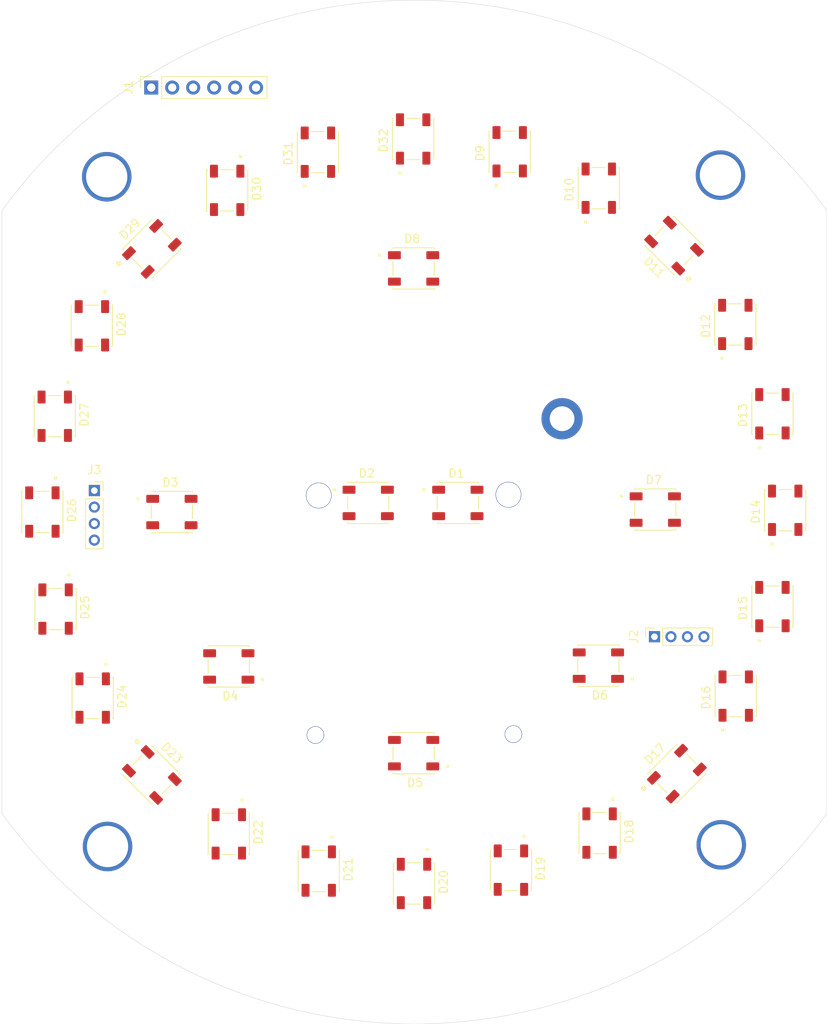
<source format=kicad_pcb>
(kicad_pcb (version 20240108) (generator "pcbnew") (generator_version "8.0")
  (layers (0 "F.Cu" signal) (31 "B.Cu" signal) (34 "B.Paste" user) (35 "F.Paste" user) (36 "B.SilkS" user "B.Silkscreen") (37 "F.SilkS" user "F.Silkscreen") (38 "B.Mask" user) (39 "F.Mask" user) (44 "Edge.Cuts" user))
  (net 0 "")
  (footprint "DEFAULT:RGBW-5050-4P" (layer "F.Cu") (at 99.95 144.975 -90)
    (property "Reference" "D20" (at -0.18 -3.585 90) (layer "F.SilkS"))
    (property "Value" "Inolux_IN-PI554FCH")
    (pad "1" smd roundrect (at -2.325 -1.6 270) (size 1.56 0.97) (layers "F.Cu" "F.Paste" "F.Mask") (roundrect_rratio 0.125))
    (pad "2" smd roundrect (at -2.325 1.6 270) (size 1.56 0.97) (layers "F.Cu" "F.Paste" "F.Mask") (roundrect_rratio 0.125))
    (pad "3" smd roundrect (at 2.325 -1.6 270) (size 1.56 0.97) (layers "F.Cu" "F.Paste" "F.Mask") (roundrect_rratio 0.125))
    (pad "4" smd roundrect (at 2.325 1.6 270) (size 1.56 0.97) (layers "F.Cu" "F.Paste" "F.Mask") (roundrect_rratio 0.125))
  )
  (footprint "DEFAULT:RGBW-5050-4P" (layer "F.Cu") (at 77.5 138.975 -90)
    (property "Reference" "D22" (at -0.18 -3.585 90) (layer "F.SilkS"))
    (property "Value" "Inolux_IN-PI554FCH")
    (pad "1" smd roundrect (at -2.325 -1.6 270) (size 1.56 0.97) (layers "F.Cu" "F.Paste" "F.Mask") (roundrect_rratio 0.125))
    (pad "2" smd roundrect (at -2.325 1.6 270) (size 1.56 0.97) (layers "F.Cu" "F.Paste" "F.Mask") (roundrect_rratio 0.125))
    (pad "3" smd roundrect (at 2.325 -1.6 270) (size 1.56 0.97) (layers "F.Cu" "F.Paste" "F.Mask") (roundrect_rratio 0.125))
    (pad "4" smd roundrect (at 2.325 1.6 270) (size 1.56 0.97) (layers "F.Cu" "F.Paste" "F.Mask") (roundrect_rratio 0.125))
  )
  (footprint "DEFAULT:RGBW-5050-4P" (layer "F.Cu") (at 122.3 118.6 180)
    (property "Reference" "D6" (at -0.18 -3.585 360) (layer "F.SilkS"))
    (property "Value" "Inolux_IN-PI554FCH")
    (pad "1" smd roundrect (at -2.325 -1.6 180) (size 1.56 0.97) (layers "F.Cu" "F.Paste" "F.Mask") (roundrect_rratio 0.125))
    (pad "2" smd roundrect (at -2.325 1.6 180) (size 1.56 0.97) (layers "F.Cu" "F.Paste" "F.Mask") (roundrect_rratio 0.125))
    (pad "3" smd roundrect (at 2.325 -1.6 180) (size 1.56 0.97) (layers "F.Cu" "F.Paste" "F.Mask") (roundrect_rratio 0.125))
    (pad "4" smd roundrect (at 2.325 1.6 180) (size 1.56 0.97) (layers "F.Cu" "F.Paste" "F.Mask") (roundrect_rratio 0.125))
  )
  (footprint "DEFAULT:RGBW-5050-4P" (layer "F.Cu") (at 143.4 88.1 90)
    (property "Reference" "D13" (at -0.18 -3.585 90) (layer "F.SilkS"))
    (property "Value" "Inolux_IN-PI554FCH")
    (pad "1" smd roundrect (at -2.325 -1.6 90) (size 1.56 0.97) (layers "F.Cu" "F.Paste" "F.Mask") (roundrect_rratio 0.125))
    (pad "2" smd roundrect (at -2.325 1.6 90) (size 1.56 0.97) (layers "F.Cu" "F.Paste" "F.Mask") (roundrect_rratio 0.125))
    (pad "3" smd roundrect (at 2.325 -1.6 90) (size 1.56 0.97) (layers "F.Cu" "F.Paste" "F.Mask") (roundrect_rratio 0.125))
    (pad "4" smd roundrect (at 2.325 1.6 90) (size 1.56 0.97) (layers "F.Cu" "F.Paste" "F.Mask") (roundrect_rratio 0.125))
  )
  (footprint "DEFAULT:RGBW-5050-4P" (layer "F.Cu") (at 138.9 77.2875 90)
    (property "Reference" "D12" (at -0.18 -3.585 90) (layer "F.SilkS"))
    (property "Value" "Inolux_IN-PI554FCH")
    (pad "1" smd roundrect (at -2.325 -1.6 90) (size 1.56 0.97) (layers "F.Cu" "F.Paste" "F.Mask") (roundrect_rratio 0.125))
    (pad "2" smd roundrect (at -2.325 1.6 90) (size 1.56 0.97) (layers "F.Cu" "F.Paste" "F.Mask") (roundrect_rratio 0.125))
    (pad "3" smd roundrect (at 2.325 -1.6 90) (size 1.56 0.97) (layers "F.Cu" "F.Paste" "F.Mask") (roundrect_rratio 0.125))
    (pad "4" smd roundrect (at 2.325 1.6 90) (size 1.56 0.97) (layers "F.Cu" "F.Paste" "F.Mask") (roundrect_rratio 0.125))
  )
  (footprint "DEFAULT:RGBW-5050-4P" (layer "F.Cu") (at 77.5 118.7 180)
    (property "Reference" "D4" (at -0.18 -3.585 360) (layer "F.SilkS"))
    (property "Value" "Inolux_IN-PI554FCH")
    (pad "1" smd roundrect (at -2.325 -1.6 180) (size 1.56 0.97) (layers "F.Cu" "F.Paste" "F.Mask") (roundrect_rratio 0.125))
    (pad "2" smd roundrect (at -2.325 1.6 180) (size 1.56 0.97) (layers "F.Cu" "F.Paste" "F.Mask") (roundrect_rratio 0.125))
    (pad "3" smd roundrect (at 2.325 -1.6 180) (size 1.56 0.97) (layers "F.Cu" "F.Paste" "F.Mask") (roundrect_rratio 0.125))
    (pad "4" smd roundrect (at 2.325 1.6 180) (size 1.56 0.97) (layers "F.Cu" "F.Paste" "F.Mask") (roundrect_rratio 0.125))
  )
  (footprint "DEFAULT:RGBW-5050-4P" (layer "F.Cu") (at 144.95 99.7875 90)
    (property "Reference" "D14" (at -0.18 -3.585 90) (layer "F.SilkS"))
    (property "Value" "Inolux_IN-PI554FCH")
    (pad "1" smd roundrect (at -2.325 -1.6 90) (size 1.56 0.97) (layers "F.Cu" "F.Paste" "F.Mask") (roundrect_rratio 0.125))
    (pad "2" smd roundrect (at -2.325 1.6 90) (size 1.56 0.97) (layers "F.Cu" "F.Paste" "F.Mask") (roundrect_rratio 0.125))
    (pad "3" smd roundrect (at 2.325 -1.6 90) (size 1.56 0.97) (layers "F.Cu" "F.Paste" "F.Mask") (roundrect_rratio 0.125))
    (pad "4" smd roundrect (at 2.325 1.6 90) (size 1.56 0.97) (layers "F.Cu" "F.Paste" "F.Mask") (roundrect_rratio 0.125))
  )
  (footprint "DEFAULT:RGBW-5050-4P" (layer "F.Cu") (at 131.474606 67.737348 135)
    (property "Reference" "D11" (at -0.18 -3.585 135) (layer "F.SilkS"))
    (property "Value" "Inolux_IN-PI554FCH")
    (pad "1" smd roundrect (at -2.325 -1.6 135) (size 1.56 0.97) (layers "F.Cu" "F.Paste" "F.Mask") (roundrect_rratio 0.125))
    (pad "2" smd roundrect (at -2.325 1.6 135) (size 1.56 0.97) (layers "F.Cu" "F.Paste" "F.Mask") (roundrect_rratio 0.125))
    (pad "3" smd roundrect (at 2.325 -1.6 135) (size 1.56 0.97) (layers "F.Cu" "F.Paste" "F.Mask") (roundrect_rratio 0.125))
    (pad "4" smd roundrect (at 2.325 1.6 135) (size 1.56 0.97) (layers "F.Cu" "F.Paste" "F.Mask") (roundrect_rratio 0.125))
  )
  (footprint "DEFAULT:RGBW-5050-4P" (layer "F.Cu") (at 77.3 61.05 -90)
    (property "Reference" "D30" (at -0.18 -3.585 90) (layer "F.SilkS"))
    (property "Value" "Inolux_IN-PI554FCH")
    (pad "1" smd roundrect (at -2.325 -1.6 270) (size 1.56 0.97) (layers "F.Cu" "F.Paste" "F.Mask") (roundrect_rratio 0.125))
    (pad "2" smd roundrect (at -2.325 1.6 270) (size 1.56 0.97) (layers "F.Cu" "F.Paste" "F.Mask") (roundrect_rratio 0.125))
    (pad "3" smd roundrect (at 2.325 -1.6 270) (size 1.56 0.97) (layers "F.Cu" "F.Paste" "F.Mask") (roundrect_rratio 0.125))
    (pad "4" smd roundrect (at 2.325 1.6 270) (size 1.56 0.97) (layers "F.Cu" "F.Paste" "F.Mask") (roundrect_rratio 0.125))
  )
  (footprint "DEFAULT:RGBW-5050-4P" (layer "F.Cu") (at 143.4 111.45 90)
    (property "Reference" "D15" (at -0.18 -3.585 90) (layer "F.SilkS"))
    (property "Value" "Inolux_IN-PI554FCH")
    (pad "1" smd roundrect (at -2.325 -1.6 90) (size 1.56 0.97) (layers "F.Cu" "F.Paste" "F.Mask") (roundrect_rratio 0.125))
    (pad "2" smd roundrect (at -2.325 1.6 90) (size 1.56 0.97) (layers "F.Cu" "F.Paste" "F.Mask") (roundrect_rratio 0.125))
    (pad "3" smd roundrect (at 2.325 -1.6 90) (size 1.56 0.97) (layers "F.Cu" "F.Paste" "F.Mask") (roundrect_rratio 0.125))
    (pad "4" smd roundrect (at 2.325 1.6 90) (size 1.56 0.97) (layers "F.Cu" "F.Paste" "F.Mask") (roundrect_rratio 0.125))
  )
  (footprint "DEFAULT:RGBW-5050-4P" (layer "F.Cu") (at 88.3 56.425 90)
    (property "Reference" "D31" (at -0.18 -3.585 90) (layer "F.SilkS"))
    (property "Value" "Inolux_IN-PI554FCH")
    (pad "1" smd roundrect (at -2.325 -1.6 90) (size 1.56 0.97) (layers "F.Cu" "F.Paste" "F.Mask") (roundrect_rratio 0.125))
    (pad "2" smd roundrect (at -2.325 1.6 90) (size 1.56 0.97) (layers "F.Cu" "F.Paste" "F.Mask") (roundrect_rratio 0.125))
    (pad "3" smd roundrect (at 2.325 -1.6 90) (size 1.56 0.97) (layers "F.Cu" "F.Paste" "F.Mask") (roundrect_rratio 0.125))
    (pad "4" smd roundrect (at 2.325 1.6 90) (size 1.56 0.97) (layers "F.Cu" "F.Paste" "F.Mask") (roundrect_rratio 0.125))
  )
  (footprint "DEFAULT:RGBW-5050-4P" (layer "F.Cu") (at 122.35 60.7875 90)
    (property "Reference" "D10" (at -0.18 -3.585 90) (layer "F.SilkS"))
    (property "Value" "Inolux_IN-PI554FCH")
    (pad "1" smd roundrect (at -2.325 -1.6 90) (size 1.56 0.97) (layers "F.Cu" "F.Paste" "F.Mask") (roundrect_rratio 0.125))
    (pad "2" smd roundrect (at -2.325 1.6 90) (size 1.56 0.97) (layers "F.Cu" "F.Paste" "F.Mask") (roundrect_rratio 0.125))
    (pad "3" smd roundrect (at 2.325 -1.6 90) (size 1.56 0.97) (layers "F.Cu" "F.Paste" "F.Mask") (roundrect_rratio 0.125))
    (pad "4" smd roundrect (at 2.325 1.6 90) (size 1.56 0.97) (layers "F.Cu" "F.Paste" "F.Mask") (roundrect_rratio 0.125))
  )
  (footprint "DEFAULT:RGBW-5050-4P" (layer "F.Cu") (at 99.9 129.2 180)
    (property "Reference" "D5" (at -0.18 -3.585 360) (layer "F.SilkS"))
    (property "Value" "Inolux_IN-PI554FCH")
    (pad "1" smd roundrect (at -2.325 -1.6 180) (size 1.56 0.97) (layers "F.Cu" "F.Paste" "F.Mask") (roundrect_rratio 0.125))
    (pad "2" smd roundrect (at -2.325 1.6 180) (size 1.56 0.97) (layers "F.Cu" "F.Paste" "F.Mask") (roundrect_rratio 0.125))
    (pad "3" smd roundrect (at 2.325 -1.6 180) (size 1.56 0.97) (layers "F.Cu" "F.Paste" "F.Mask") (roundrect_rratio 0.125))
    (pad "4" smd roundrect (at 2.325 1.6 180) (size 1.56 0.97) (layers "F.Cu" "F.Paste" "F.Mask") (roundrect_rratio 0.125))
  )
  (footprint "DEFAULT:RGBW-5050-4P" (layer "F.Cu") (at 70.6 100)
    (property "Reference" "D3" (at -0.18 -3.585 0) (layer "F.SilkS"))
    (property "Value" "Inolux_IN-PI554FCH")
    (pad "1" smd roundrect (at -2.325 -1.6) (size 1.56 0.97) (layers "F.Cu" "F.Paste" "F.Mask") (roundrect_rratio 0.125))
    (pad "2" smd roundrect (at -2.325 1.6) (size 1.56 0.97) (layers "F.Cu" "F.Paste" "F.Mask") (roundrect_rratio 0.125))
    (pad "3" smd roundrect (at 2.325 -1.6) (size 1.56 0.97) (layers "F.Cu" "F.Paste" "F.Mask") (roundrect_rratio 0.125))
    (pad "4" smd roundrect (at 2.325 1.6) (size 1.56 0.97) (layers "F.Cu" "F.Paste" "F.Mask") (roundrect_rratio 0.125))
  )
  (footprint "Connector_PinSocket_2.00mm:PinSocket_1x04_P2.00mm_Vertical" (layer "F.Cu") (at 61.2 97.4)
    (property "Reference" "J3" (at 0 -2.5 0) (layer "F.SilkS"))
    (property "Value" "Conn_01x04")
    (pad "1" thru_hole rect (at 0 0) (size 1.35 1.35) (drill 0.8) (layers "*.Cu" "*.Mask"))
    (pad "2" thru_hole oval (at 0 2) (size 1.35 1.35) (drill 0.8) (layers "*.Cu" "*.Mask"))
    (pad "3" thru_hole oval (at 0 4) (size 1.35 1.35) (drill 0.8) (layers "*.Cu" "*.Mask"))
    (pad "4" thru_hole oval (at 0 6) (size 1.35 1.35) (drill 0.8) (layers "*.Cu" "*.Mask"))
  )
  (footprint "DEFAULT:RGBW-5050-4P" (layer "F.Cu") (at 122.45 138.875 -90)
    (property "Reference" "D18" (at -0.18 -3.585 90) (layer "F.SilkS"))
    (property "Value" "Inolux_IN-PI554FCH")
    (pad "1" smd roundrect (at -2.325 -1.6 270) (size 1.56 0.97) (layers "F.Cu" "F.Paste" "F.Mask") (roundrect_rratio 0.125))
    (pad "2" smd roundrect (at -2.325 1.6 270) (size 1.56 0.97) (layers "F.Cu" "F.Paste" "F.Mask") (roundrect_rratio 0.125))
    (pad "3" smd roundrect (at 2.325 -1.6 270) (size 1.56 0.97) (layers "F.Cu" "F.Paste" "F.Mask") (roundrect_rratio 0.125))
    (pad "4" smd roundrect (at 2.325 1.6 270) (size 1.56 0.97) (layers "F.Cu" "F.Paste" "F.Mask") (roundrect_rratio 0.125))
  )
  (footprint "DEFAULT:RGBW-5050-4P" (layer "F.Cu") (at 68.174606 131.837348 -45)
    (property "Reference" "D23" (at -0.18 -3.585 135) (layer "F.SilkS"))
    (property "Value" "Inolux_IN-PI554FCH")
    (pad "1" smd roundrect (at -2.325 -1.6 315) (size 1.56 0.97) (layers "F.Cu" "F.Paste" "F.Mask") (roundrect_rratio 0.125))
    (pad "2" smd roundrect (at -2.325 1.6 315) (size 1.56 0.97) (layers "F.Cu" "F.Paste" "F.Mask") (roundrect_rratio 0.125))
    (pad "3" smd roundrect (at 2.325 -1.6 315) (size 1.56 0.97) (layers "F.Cu" "F.Paste" "F.Mask") (roundrect_rratio 0.125))
    (pad "4" smd roundrect (at 2.325 1.6 315) (size 1.56 0.97) (layers "F.Cu" "F.Paste" "F.Mask") (roundrect_rratio 0.125))
  )
  (footprint "DEFAULT:RGBW-5050-4P" (layer "F.Cu") (at 61 122.525 -90)
    (property "Reference" "D24" (at -0.18 -3.585 90) (layer "F.SilkS"))
    (property "Value" "Inolux_IN-PI554FCH")
    (pad "1" smd roundrect (at -2.325 -1.6 270) (size 1.56 0.97) (layers "F.Cu" "F.Paste" "F.Mask") (roundrect_rratio 0.125))
    (pad "2" smd roundrect (at -2.325 1.6 270) (size 1.56 0.97) (layers "F.Cu" "F.Paste" "F.Mask") (roundrect_rratio 0.125))
    (pad "3" smd roundrect (at 2.325 -1.6 270) (size 1.56 0.97) (layers "F.Cu" "F.Paste" "F.Mask") (roundrect_rratio 0.125))
    (pad "4" smd roundrect (at 2.325 1.6 270) (size 1.56 0.97) (layers "F.Cu" "F.Paste" "F.Mask") (roundrect_rratio 0.125))
  )
  (footprint "DEFAULT:RGBW-5050-4P" (layer "F.Cu") (at 138.95 122.2875 90)
    (property "Reference" "D16" (at -0.18 -3.585 90) (layer "F.SilkS"))
    (property "Value" "Inolux_IN-PI554FCH")
    (pad "1" smd roundrect (at -2.325 -1.6 90) (size 1.56 0.97) (layers "F.Cu" "F.Paste" "F.Mask") (roundrect_rratio 0.125))
    (pad "2" smd roundrect (at -2.325 1.6 90) (size 1.56 0.97) (layers "F.Cu" "F.Paste" "F.Mask") (roundrect_rratio 0.125))
    (pad "3" smd roundrect (at 2.325 -1.6 90) (size 1.56 0.97) (layers "F.Cu" "F.Paste" "F.Mask") (roundrect_rratio 0.125))
    (pad "4" smd roundrect (at 2.325 1.6 90) (size 1.56 0.97) (layers "F.Cu" "F.Paste" "F.Mask") (roundrect_rratio 0.125))
  )
  (footprint "DEFAULT:RGBW-5050-4P" (layer "F.Cu") (at 68.175394 68.137347 45)
    (property "Reference" "D29" (at -0.18 -3.585 45) (layer "F.SilkS"))
    (property "Value" "Inolux_IN-PI554FCH")
    (pad "1" smd roundrect (at -2.325 -1.6 45) (size 1.56 0.97) (layers "F.Cu" "F.Paste" "F.Mask") (roundrect_rratio 0.125))
    (pad "2" smd roundrect (at -2.325 1.6 45) (size 1.56 0.97) (layers "F.Cu" "F.Paste" "F.Mask") (roundrect_rratio 0.125))
    (pad "3" smd roundrect (at 2.325 -1.6 45) (size 1.56 0.97) (layers "F.Cu" "F.Paste" "F.Mask") (roundrect_rratio 0.125))
    (pad "4" smd roundrect (at 2.325 1.6 45) (size 1.56 0.97) (layers "F.Cu" "F.Paste" "F.Mask") (roundrect_rratio 0.125))
  )
  (footprint "DEFAULT:RGBW-5050-4P" (layer "F.Cu") (at 131.812652 131.674606 45)
    (property "Reference" "D17" (at -0.18 -3.585 45) (layer "F.SilkS"))
    (property "Value" "Inolux_IN-PI554FCH")
    (pad "1" smd roundrect (at -2.325 -1.6 45) (size 1.56 0.97) (layers "F.Cu" "F.Paste" "F.Mask") (roundrect_rratio 0.125))
    (pad "2" smd roundrect (at -2.325 1.6 45) (size 1.56 0.97) (layers "F.Cu" "F.Paste" "F.Mask") (roundrect_rratio 0.125))
    (pad "3" smd roundrect (at 2.325 -1.6 45) (size 1.56 0.97) (layers "F.Cu" "F.Paste" "F.Mask") (roundrect_rratio 0.125))
    (pad "4" smd roundrect (at 2.325 1.6 45) (size 1.56 0.97) (layers "F.Cu" "F.Paste" "F.Mask") (roundrect_rratio 0.125))
  )
  (footprint "DEFAULT:RGBW-5050-4P" (layer "F.Cu") (at 88.4 143.475 -90)
    (property "Reference" "D21" (at -0.18 -3.585 90) (layer "F.SilkS"))
    (property "Value" "Inolux_IN-PI554FCH")
    (pad "1" smd roundrect (at -2.325 -1.6 270) (size 1.56 0.97) (layers "F.Cu" "F.Paste" "F.Mask") (roundrect_rratio 0.125))
    (pad "2" smd roundrect (at -2.325 1.6 270) (size 1.56 0.97) (layers "F.Cu" "F.Paste" "F.Mask") (roundrect_rratio 0.125))
    (pad "3" smd roundrect (at 2.325 -1.6 270) (size 1.56 0.97) (layers "F.Cu" "F.Paste" "F.Mask") (roundrect_rratio 0.125))
    (pad "4" smd roundrect (at 2.325 1.6 270) (size 1.56 0.97) (layers "F.Cu" "F.Paste" "F.Mask") (roundrect_rratio 0.125))
  )
  (footprint "Connector_PinSocket_2.00mm:PinSocket_1x04_P2.00mm_Vertical" (layer "F.Cu") (at 129.1 115.1 90)
    (property "Reference" "J2" (at 0 -2.5 90) (layer "F.SilkS"))
    (property "Value" "Conn_01x04")
    (pad "1" thru_hole rect (at 0 0 90) (size 1.35 1.35) (drill 0.8) (layers "*.Cu" "*.Mask"))
    (pad "2" thru_hole oval (at 0 2 90) (size 1.35 1.35) (drill 0.8) (layers "*.Cu" "*.Mask"))
    (pad "3" thru_hole oval (at 0 4 90) (size 1.35 1.35) (drill 0.8) (layers "*.Cu" "*.Mask"))
    (pad "4" thru_hole oval (at 0 6 90) (size 1.35 1.35) (drill 0.8) (layers "*.Cu" "*.Mask"))
  )
  (footprint "DEFAULT:RGBW-5050-4P" (layer "F.Cu") (at 56.4 88.4 -90)
    (property "Reference" "D27" (at -0.18 -3.585 90) (layer "F.SilkS"))
    (property "Value" "Inolux_IN-PI554FCH")
    (pad "1" smd roundrect (at -2.325 -1.6 270) (size 1.56 0.97) (layers "F.Cu" "F.Paste" "F.Mask") (roundrect_rratio 0.125))
    (pad "2" smd roundrect (at -2.325 1.6 270) (size 1.56 0.97) (layers "F.Cu" "F.Paste" "F.Mask") (roundrect_rratio 0.125))
    (pad "3" smd roundrect (at 2.325 -1.6 270) (size 1.56 0.97) (layers "F.Cu" "F.Paste" "F.Mask") (roundrect_rratio 0.125))
    (pad "4" smd roundrect (at 2.325 1.6 270) (size 1.56 0.97) (layers "F.Cu" "F.Paste" "F.Mask") (roundrect_rratio 0.125))
  )
  (footprint "Connector_PinSocket_2.54mm:PinSocket_1x06_P2.54mm_Vertical" (layer "F.Cu") (at 68.1 48.6 90)
    (property "Reference" "J1" (at 0 -2.77 90) (layer "F.SilkS"))
    (property "Value" "Conn_01x06")
    (pad "1" thru_hole rect (at 0 0 90) (size 1.7 1.7) (drill 1) (layers "*.Cu" "*.Mask"))
    (pad "2" thru_hole oval (at 0 2.54 90) (size 1.7 1.7) (drill 1) (layers "*.Cu" "*.Mask"))
    (pad "3" thru_hole oval (at 0 5.08 90) (size 1.7 1.7) (drill 1) (layers "*.Cu" "*.Mask"))
    (pad "4" thru_hole oval (at 0 7.62 90) (size 1.7 1.7) (drill 1) (layers "*.Cu" "*.Mask"))
    (pad "5" thru_hole oval (at 0 10.16 90) (size 1.7 1.7) (drill 1) (layers "*.Cu" "*.Mask"))
    (pad "6" thru_hole oval (at 0 12.7 90) (size 1.7 1.7) (drill 1) (layers "*.Cu" "*.Mask"))
  )
  (footprint "DEFAULT:RGBW-5050-4P" (layer "F.Cu") (at 94.4 98.9)
    (property "Reference" "D2" (at -0.18 -3.585 0) (layer "F.SilkS"))
    (property "Value" "Inolux_IN-PI554FCH")
    (pad "1" smd roundrect (at -2.325 -1.6) (size 1.56 0.97) (layers "F.Cu" "F.Paste" "F.Mask") (roundrect_rratio 0.125))
    (pad "2" smd roundrect (at -2.325 1.6) (size 1.56 0.97) (layers "F.Cu" "F.Paste" "F.Mask") (roundrect_rratio 0.125))
    (pad "3" smd roundrect (at 2.325 -1.6) (size 1.56 0.97) (layers "F.Cu" "F.Paste" "F.Mask") (roundrect_rratio 0.125))
    (pad "4" smd roundrect (at 2.325 1.6) (size 1.56 0.97) (layers "F.Cu" "F.Paste" "F.Mask") (roundrect_rratio 0.125))
  )
  (footprint "DEFAULT:RGBW-5050-4P" (layer "F.Cu") (at 99.9 70.5)
    (property "Reference" "D8" (at -0.18 -3.585 0) (layer "F.SilkS"))
    (property "Value" "Inolux_IN-PI554FCH")
    (pad "1" smd roundrect (at -2.325 -1.6) (size 1.56 0.97) (layers "F.Cu" "F.Paste" "F.Mask") (roundrect_rratio 0.125))
    (pad "2" smd roundrect (at -2.325 1.6) (size 1.56 0.97) (layers "F.Cu" "F.Paste" "F.Mask") (roundrect_rratio 0.125))
    (pad "3" smd roundrect (at 2.325 -1.6) (size 1.56 0.97) (layers "F.Cu" "F.Paste" "F.Mask") (roundrect_rratio 0.125))
    (pad "4" smd roundrect (at 2.325 1.6) (size 1.56 0.97) (layers "F.Cu" "F.Paste" "F.Mask") (roundrect_rratio 0.125))
  )
  (footprint "DEFAULT:RGBW-5050-4P" (layer "F.Cu") (at 129.2 99.7)
    (property "Reference" "D7" (at -0.18 -3.585 0) (layer "F.SilkS"))
    (property "Value" "Inolux_IN-PI554FCH")
    (pad "1" smd roundrect (at -2.325 -1.6) (size 1.56 0.97) (layers "F.Cu" "F.Paste" "F.Mask") (roundrect_rratio 0.125))
    (pad "2" smd roundrect (at -2.325 1.6) (size 1.56 0.97) (layers "F.Cu" "F.Paste" "F.Mask") (roundrect_rratio 0.125))
    (pad "3" smd roundrect (at 2.325 -1.6) (size 1.56 0.97) (layers "F.Cu" "F.Paste" "F.Mask") (roundrect_rratio 0.125))
    (pad "4" smd roundrect (at 2.325 1.6) (size 1.56 0.97) (layers "F.Cu" "F.Paste" "F.Mask") (roundrect_rratio 0.125))
  )
  (footprint "DEFAULT:RGBW-5050-4P" (layer "F.Cu") (at 60.9 77.45 -90)
    (property "Reference" "D28" (at -0.18 -3.585 90) (layer "F.SilkS"))
    (property "Value" "Inolux_IN-PI554FCH")
    (pad "1" smd roundrect (at -2.325 -1.6 270) (size 1.56 0.97) (layers "F.Cu" "F.Paste" "F.Mask") (roundrect_rratio 0.125))
    (pad "2" smd roundrect (at -2.325 1.6 270) (size 1.56 0.97) (layers "F.Cu" "F.Paste" "F.Mask") (roundrect_rratio 0.125))
    (pad "3" smd roundrect (at 2.325 -1.6 270) (size 1.56 0.97) (layers "F.Cu" "F.Paste" "F.Mask") (roundrect_rratio 0.125))
    (pad "4" smd roundrect (at 2.325 1.6 270) (size 1.56 0.97) (layers "F.Cu" "F.Paste" "F.Mask") (roundrect_rratio 0.125))
  )
  (footprint "DEFAULT:RGBW-5050-4P" (layer "F.Cu") (at 105.2625 98.9)
    (property "Reference" "D1" (at -0.18 -3.585 0) (layer "F.SilkS"))
    (property "Value" "Inolux_IN-PI554FCH")
    (pad "1" smd roundrect (at -2.325 -1.6) (size 1.56 0.97) (layers "F.Cu" "F.Paste" "F.Mask") (roundrect_rratio 0.125))
    (pad "2" smd roundrect (at -2.325 1.6) (size 1.56 0.97) (layers "F.Cu" "F.Paste" "F.Mask") (roundrect_rratio 0.125))
    (pad "3" smd roundrect (at 2.325 -1.6) (size 1.56 0.97) (layers "F.Cu" "F.Paste" "F.Mask") (roundrect_rratio 0.125))
    (pad "4" smd roundrect (at 2.325 1.6) (size 1.56 0.97) (layers "F.Cu" "F.Paste" "F.Mask") (roundrect_rratio 0.125))
  )
  (footprint "DEFAULT:RGBW-5050-4P" (layer "F.Cu") (at 56.5 111.75 -90)
    (property "Reference" "D25" (at -0.18 -3.585 90) (layer "F.SilkS"))
    (property "Value" "Inolux_IN-PI554FCH")
    (pad "1" smd roundrect (at -2.325 -1.6 270) (size 1.56 0.97) (layers "F.Cu" "F.Paste" "F.Mask") (roundrect_rratio 0.125))
    (pad "2" smd roundrect (at -2.325 1.6 270) (size 1.56 0.97) (layers "F.Cu" "F.Paste" "F.Mask") (roundrect_rratio 0.125))
    (pad "3" smd roundrect (at 2.325 -1.6 270) (size 1.56 0.97) (layers "F.Cu" "F.Paste" "F.Mask") (roundrect_rratio 0.125))
    (pad "4" smd roundrect (at 2.325 1.6 270) (size 1.56 0.97) (layers "F.Cu" "F.Paste" "F.Mask") (roundrect_rratio 0.125))
  )
  (footprint "DEFAULT:RGBW-5050-4P" (layer "F.Cu") (at 111.55 56.375 90)
    (property "Reference" "D9" (at -0.18 -3.585 90) (layer "F.SilkS"))
    (property "Value" "Inolux_IN-PI554FCH")
    (pad "1" smd roundrect (at -2.325 -1.6 90) (size 1.56 0.97) (layers "F.Cu" "F.Paste" "F.Mask") (roundrect_rratio 0.125))
    (pad "2" smd roundrect (at -2.325 1.6 90) (size 1.56 0.97) (layers "F.Cu" "F.Paste" "F.Mask") (roundrect_rratio 0.125))
    (pad "3" smd roundrect (at 2.325 -1.6 90) (size 1.56 0.97) (layers "F.Cu" "F.Paste" "F.Mask") (roundrect_rratio 0.125))
    (pad "4" smd roundrect (at 2.325 1.6 90) (size 1.56 0.97) (layers "F.Cu" "F.Paste" "F.Mask") (roundrect_rratio 0.125))
  )
  (footprint "DEFAULT:RGBW-5050-4P" (layer "F.Cu") (at 99.85 54.825 90)
    (property "Reference" "D32" (at -0.18 -3.585 90) (layer "F.SilkS"))
    (property "Value" "Inolux_IN-PI554FCH")
    (pad "1" smd roundrect (at -2.325 -1.6 90) (size 1.56 0.97) (layers "F.Cu" "F.Paste" "F.Mask") (roundrect_rratio 0.125))
    (pad "2" smd roundrect (at -2.325 1.6 90) (size 1.56 0.97) (layers "F.Cu" "F.Paste" "F.Mask") (roundrect_rratio 0.125))
    (pad "3" smd roundrect (at 2.325 -1.6 90) (size 1.56 0.97) (layers "F.Cu" "F.Paste" "F.Mask") (roundrect_rratio 0.125))
    (pad "4" smd roundrect (at 2.325 1.6 90) (size 1.56 0.97) (layers "F.Cu" "F.Paste" "F.Mask") (roundrect_rratio 0.125))
  )
  (footprint "DEFAULT:RGBW-5050-4P" (layer "F.Cu") (at 54.9 100 -90)
    (property "Reference" "D26" (at -0.18 -3.585 90) (layer "F.SilkS"))
    (property "Value" "Inolux_IN-PI554FCH")
    (pad "1" smd roundrect (at -2.325 -1.6 270) (size 1.56 0.97) (layers "F.Cu" "F.Paste" "F.Mask") (roundrect_rratio 0.125))
    (pad "2" smd roundrect (at -2.325 1.6 270) (size 1.56 0.97) (layers "F.Cu" "F.Paste" "F.Mask") (roundrect_rratio 0.125))
    (pad "3" smd roundrect (at 2.325 -1.6 270) (size 1.56 0.97) (layers "F.Cu" "F.Paste" "F.Mask") (roundrect_rratio 0.125))
    (pad "4" smd roundrect (at 2.325 1.6 270) (size 1.56 0.97) (layers "F.Cu" "F.Paste" "F.Mask") (roundrect_rratio 0.125))
  )
  (footprint "DEFAULT:RGBW-5050-4P" (layer "F.Cu") (at 111.7 143.3625 -90)
    (property "Reference" "D19" (at -0.18 -3.585 90) (layer "F.SilkS"))
    (property "Value" "Inolux_IN-PI554FCH")
    (pad "1" smd roundrect (at -2.325 -1.6 270) (size 1.56 0.97) (layers "F.Cu" "F.Paste" "F.Mask") (roundrect_rratio 0.125))
    (pad "2" smd roundrect (at -2.325 1.6 270) (size 1.56 0.97) (layers "F.Cu" "F.Paste" "F.Mask") (roundrect_rratio 0.125))
    (pad "3" smd roundrect (at 2.325 -1.6 270) (size 1.56 0.97) (layers "F.Cu" "F.Paste" "F.Mask") (roundrect_rratio 0.125))
    (pad "4" smd roundrect (at 2.325 1.6 270) (size 1.56 0.97) (layers "F.Cu" "F.Paste" "F.Mask") (roundrect_rratio 0.125))
  )
  (gr_arc (start 150 136.5) (mid 100 161.976272) (end 50 136.5) (stroke (width 0.05)) (layer "Edge.Cuts"))
  (gr_line (start 50 136.5) (end 50 63.5) (stroke (width 0.05)) (layer "Edge.Cuts"))
  (gr_line (start 150 63.5) (end 150 136.5) (stroke (width 0.05)) (layer "Edge.Cuts"))
  (gr_arc (start 50 63.5) (mid 100 38.023727) (end 150 63.5) (stroke (width 0.05)) (layer "Edge.Cuts"))
  (via (at 62.8 140.5) (size 6) (drill 5) (layers "F.Cu" "B.Cu") (net 0))
  (via (at 117.9 88.7) (size 5) (drill 3) (layers "F.Cu" "B.Cu") (net 0))
  (via (at 137.2 140.3) (size 6) (drill 5) (layers "F.Cu" "B.Cu") (net 0))
  (via (at 112 126.9) (size 2.1) (drill 2) (layers "F.Cu" "B.Cu") (net 0))
  (via (at 111.4 97.9) (size 3.1) (drill 3) (layers "F.Cu" "B.Cu") (net 0))
  (via (at 88 127) (size 2.1) (drill 2) (layers "F.Cu" "B.Cu") (net 0))
  (via (at 88.4 98) (size 3.1) (drill 3) (layers "F.Cu" "B.Cu") (net 0))
  (via (at 62.7 59.4) (size 6) (drill 5) (layers "F.Cu" "B.Cu") (net 0))
  (via (at 137.1 59.2) (size 6) (drill 5) (layers "F.Cu" "B.Cu") (net 0))
)
</source>
